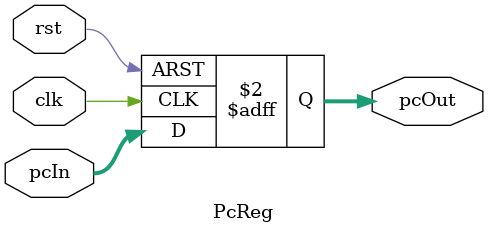
<source format=v>
`timescale 1ns/1ns
module PcReg (clk, rst, pcIn, pcOut);
  input clk, rst;
  input [9:0] pcIn;
  output reg [9:0] pcOut;
  always@(posedge clk, posedge rst) begin
    if (rst)
      pcOut <= 10'b0;
    else
      pcOut <= pcIn;
  end
endmodule





</source>
